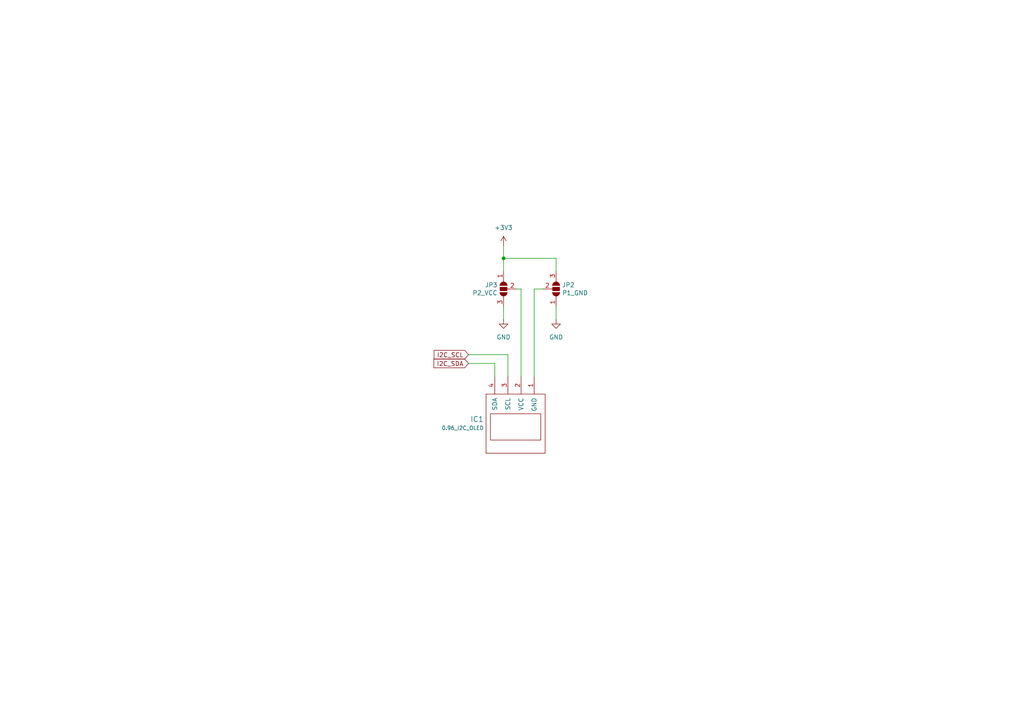
<source format=kicad_sch>
(kicad_sch (version 20231120) (generator "eeschema") (generator_version "8.0")
  (paper "A4")
  (lib_symbols
    (symbol "i2c_oled:0.96_I2C_OLED" (pin_names (offset 1.016))
      (property "Reference" "IC" (at 0 -4.445 0))
      (property "Value" "0.96_I2C_OLED" (at -0.635 -1.27 0))
      (symbol "0.96_I2C_OLED_0_1"
        (rectangle (start -8.89 6.35) (end 8.255 -10.795))
        (rectangle (start -7.62 0.635) (end 6.985 -6.985))
      )
      (symbol "0.96_I2C_OLED_1_1"
        (pin power_in line (at -5.715 11.43 270) (length 5.08) (name "GND") (number "1"))
        (pin power_in line (at -1.905 11.43 270) (length 5.08) (name "VCC") (number "2"))
        (pin bidirectional line (at 1.905 11.43 270) (length 5.08) (name "SCL") (number "3"))
        (pin bidirectional line (at 5.715 11.43 270) (length 5.08) (name "SDA") (number "4"))
      )
    )
    (symbol "i2c_oled:PowerSelect" (pin_names (offset 0) hide)
      (property "Reference" "JP" (at -2.54 -2.54 0))
      (property "Value" "PowerSelect" (at 0 2.794 0))
      (symbol "PowerSelect_0_1"
        (arc (start -1.016 1.016) (mid -2.032 0) (end -1.016 -1.016))
        (arc (start -1.016 1.016) (mid -2.032 0) (end -1.016 -1.016) (fill (type outline)))
        (rectangle (start -0.508 1.016) (end 0.508 -1.016) (fill (type outline)))
        (polyline (pts (xy -2.54 0) (xy -2.032 0)))
        (polyline (pts (xy -1.016 1.016) (xy -1.016 -1.016)))
        (polyline (pts (xy 0 -1.27) (xy 0 -1.016)))
        (polyline (pts (xy 1.016 1.016) (xy 1.016 -1.016)))
        (polyline (pts (xy 2.54 0) (xy 2.032 0)))
        (arc (start 1.016 -1.016) (mid 2.032 0) (end 1.016 1.016))
        (arc (start 1.016 -1.016) (mid 2.032 0) (end 1.016 1.016) (fill (type outline)))
      )
      (symbol "PowerSelect_1_1"
        (pin power_in line (at -5.08 0 0) (length 2.54) (name "A") (number "1"))
        (pin power_out line (at 0 -3.81 90) (length 2.54) (name "C") (number "2"))
        (pin power_in line (at 5.08 0 180) (length 2.54) (name "B") (number "3"))
      )
    )
    (symbol "power:+3V3" (power) (pin_numbers hide) (pin_names (offset 0) hide)
      (property "Value" "+3V3" (at 0 3.556 0))
      (symbol "+3V3_0_1"
        (polyline (pts (xy -0.762 1.27) (xy 0 2.54)))
        (polyline (pts (xy 0 0) (xy 0 2.54)))
        (polyline (pts (xy 0 2.54) (xy 0.762 1.27)))
      )
      (symbol "+3V3_1_1"
        (pin power_in line (at 0 0 90) (length 0) (name "~") (number "1"))
      )
    )
    (symbol "power:GND" (power) (pin_numbers hide) (pin_names (offset 0) hide)
      (property "Value" "GND" (at 0 -3.81 0))
      (symbol "GND_0_1"
        (polyline (pts (xy 0 0) (xy 0 -1.27) (xy 1.27 -1.27) (xy 0 -2.54) (xy -1.27 -1.27) (xy 0 -1.27)))
      )
      (symbol "GND_1_1"
        (pin power_in line (at 0 0 270) (length 0) (name "~") (number "1"))
      )
    )
  )
  (junction (at 146.05 74.93))
  (wire (pts (xy 157.48 83.82) (xy 154.94 83.82)))
  (wire (pts (xy 146.05 74.93) (xy 146.05 78.74)))
  (wire (pts (xy 146.05 71.12) (xy 146.05 74.93)))
  (wire (pts (xy 151.13 83.82) (xy 149.86 83.82)))
  (wire (pts (xy 135.89 105.41) (xy 143.51 105.41)))
  (wire (pts (xy 151.13 83.82) (xy 151.13 109.22)))
  (wire (pts (xy 154.94 83.82) (xy 154.94 109.22)))
  (wire (pts (xy 143.51 105.41) (xy 143.51 109.22)))
  (wire (pts (xy 161.29 74.93) (xy 146.05 74.93)))
  (wire (pts (xy 146.05 88.9) (xy 146.05 92.71)))
  (wire (pts (xy 161.29 88.9) (xy 161.29 92.71)))
  (wire (pts (xy 135.89 102.87) (xy 147.32 102.87)))
  (wire (pts (xy 147.32 102.87) (xy 147.32 109.22)))
  (wire (pts (xy 161.29 74.93) (xy 161.29 78.74)))
  (global_label "I2C_SCL" (shape input) (at 135.89 102.87 180) (property "Intersheetrefs" "${INTERSHEET_REFS}" (effects (hide yes))))
  (global_label "I2C_SDA" (shape input) (at 135.89 105.41 180) (property "Intersheetrefs" "${INTERSHEET_REFS}" (effects (hide yes))))
  (symbol (lib_id "power:GND") (at 146.05 92.71 0) (unit 1)
    (property "Reference" "#PWR04" (effects (hide yes)))
    (property "Value" "GND" (at 146.05 97.79 0))
    (property "Description" "Power symbol creates a global label with name \"GND\" , ground" (effects (hide yes)))
  )
  (symbol (lib_id "power:GND") (at 161.29 92.71 0) (unit 1)
    (property "Reference" "#PWR07" (effects (hide yes)))
    (property "Value" "GND" (at 161.29 97.79 0))
    (property "Description" "Power symbol creates a global label with name \"GND\" , ground" (effects (hide yes)))
  )
  (symbol (lib_id "i2c_oled:PowerSelect") (at 161.29 83.82 270) (mirror x) (unit 1)
    (property "Reference" "JP2" (at 163.0172 82.6516 90) (effects (justify left)))
    (property "Value" "P1_GND" (at 163.0172 84.963 90) (effects (justify left)))
    (property "Footprint" "Jumper:SolderJumper-3_P1.3mm_Open_Pad1.0x1.5mm" (effects (hide yes)))
    (property "Description" "Solder Jumper, 3-pole, open" (effects (hide yes)))
  )
  (symbol (lib_id "i2c_oled:PowerSelect") (at 146.05 83.82 90) (mirror x) (unit 1)
    (property "Reference" "JP3" (at 144.3228 82.6516 90) (effects (justify left)))
    (property "Value" "P2_VCC" (at 144.3228 84.963 90) (effects (justify left)))
    (property "Footprint" "Jumper:SolderJumper-3_P1.3mm_Open_Pad1.0x1.5mm" (effects (hide yes)))
    (property "Description" "Solder Jumper, 3-pole, open" (effects (hide yes)))
  )
  (symbol (lib_id "power:+3V3") (at 146.05 71.12 0) (unit 1)
    (property "Reference" "#PWR05" (effects (hide yes)))
    (property "Value" "+3V3" (at 146.05 66.04 0))
    (property "Description" "Power symbol creates a global label with name \"+3V3\"" (effects (hide yes)))
  )
  (symbol (lib_id "i2c_oled:0.96_I2C_OLED") (at 149.225 120.65 0) (mirror y) (unit 1)
    (property "Reference" "IC1" (at 140.335 121.6024 0) (effects (font (size 1.524 1.524)) (justify left)))
    (property "Value" "0.96_I2C_OLED" (at 140.335 124.1424 0) (effects (font (size 1.0922 1.0922)) (justify left)))
    (property "Footprint" "i2c_oled:0.96_I2C_OLED_NEW_Top" (effects (hide yes)))
  )
)
</source>
